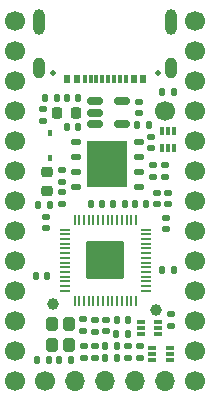
<source format=gbr>
%TF.GenerationSoftware,KiCad,Pcbnew,6.0.3-a3aad9c10e~116~ubuntu20.04.1*%
%TF.CreationDate,2022-03-24T21:59:22+11:00*%
%TF.ProjectId,sea-picro,7365612d-7069-4637-926f-2e6b69636164,0.2*%
%TF.SameCoordinates,Original*%
%TF.FileFunction,Soldermask,Top*%
%TF.FilePolarity,Negative*%
%FSLAX46Y46*%
G04 Gerber Fmt 4.6, Leading zero omitted, Abs format (unit mm)*
G04 Created by KiCad (PCBNEW 6.0.3-a3aad9c10e~116~ubuntu20.04.1) date 2022-03-24 21:59:22*
%MOMM*%
%LPD*%
G01*
G04 APERTURE LIST*
G04 Aperture macros list*
%AMRoundRect*
0 Rectangle with rounded corners*
0 $1 Rounding radius*
0 $2 $3 $4 $5 $6 $7 $8 $9 X,Y pos of 4 corners*
0 Add a 4 corners polygon primitive as box body*
4,1,4,$2,$3,$4,$5,$6,$7,$8,$9,$2,$3,0*
0 Add four circle primitives for the rounded corners*
1,1,$1+$1,$2,$3*
1,1,$1+$1,$4,$5*
1,1,$1+$1,$6,$7*
1,1,$1+$1,$8,$9*
0 Add four rect primitives between the rounded corners*
20,1,$1+$1,$2,$3,$4,$5,0*
20,1,$1+$1,$4,$5,$6,$7,0*
20,1,$1+$1,$6,$7,$8,$9,0*
20,1,$1+$1,$8,$9,$2,$3,0*%
G04 Aperture macros list end*
%ADD10C,1.700000*%
%ADD11RoundRect,0.140000X0.170000X-0.140000X0.170000X0.140000X-0.170000X0.140000X-0.170000X-0.140000X0*%
%ADD12RoundRect,0.135000X0.185000X-0.135000X0.185000X0.135000X-0.185000X0.135000X-0.185000X-0.135000X0*%
%ADD13R,0.340000X0.700000*%
%ADD14RoundRect,0.140000X-0.170000X0.140000X-0.170000X-0.140000X0.170000X-0.140000X0.170000X0.140000X0*%
%ADD15RoundRect,0.140000X0.140000X0.170000X-0.140000X0.170000X-0.140000X-0.170000X0.140000X-0.170000X0*%
%ADD16RoundRect,0.150000X-0.512500X-0.150000X0.512500X-0.150000X0.512500X0.150000X-0.512500X0.150000X0*%
%ADD17RoundRect,0.135000X-0.135000X-0.185000X0.135000X-0.185000X0.135000X0.185000X-0.135000X0.185000X0*%
%ADD18RoundRect,0.125000X-0.262500X-0.125000X0.262500X-0.125000X0.262500X0.125000X-0.262500X0.125000X0*%
%ADD19R,3.400000X4.000000*%
%ADD20RoundRect,0.135000X-0.185000X0.135000X-0.185000X-0.135000X0.185000X-0.135000X0.185000X0.135000X0*%
%ADD21C,0.500000*%
%ADD22R,0.540000X0.800000*%
%ADD23R,0.300000X0.800000*%
%ADD24O,1.000000X2.200000*%
%ADD25O,1.000000X1.800000*%
%ADD26O,1.700000X1.700000*%
%ADD27RoundRect,0.140000X-0.140000X-0.170000X0.140000X-0.170000X0.140000X0.170000X-0.140000X0.170000X0*%
%ADD28RoundRect,0.218750X-0.218750X-0.256250X0.218750X-0.256250X0.218750X0.256250X-0.218750X0.256250X0*%
%ADD29RoundRect,0.135000X0.135000X0.185000X-0.135000X0.185000X-0.135000X-0.185000X0.135000X-0.185000X0*%
%ADD30R,0.700000X0.340000*%
%ADD31RoundRect,0.050000X-0.387500X-0.050000X0.387500X-0.050000X0.387500X0.050000X-0.387500X0.050000X0*%
%ADD32RoundRect,0.050000X-0.050000X-0.387500X0.050000X-0.387500X0.050000X0.387500X-0.050000X0.387500X0*%
%ADD33RoundRect,0.144000X-1.456000X-1.456000X1.456000X-1.456000X1.456000X1.456000X-1.456000X1.456000X0*%
%ADD34RoundRect,0.250000X0.250000X-0.325000X0.250000X0.325000X-0.250000X0.325000X-0.250000X-0.325000X0*%
%ADD35RoundRect,0.218750X0.256250X-0.218750X0.256250X0.218750X-0.256250X0.218750X-0.256250X-0.218750X0*%
%ADD36R,0.450000X0.600000*%
%ADD37C,1.000000*%
G04 APERTURE END LIST*
D10*
%TO.C,J3*%
X133800000Y-78580000D03*
X133800000Y-81120000D03*
X133800000Y-83660000D03*
X133800000Y-86200000D03*
X133800000Y-88740000D03*
X133800000Y-91280000D03*
X133800000Y-93820000D03*
X133800000Y-96360000D03*
X133800000Y-98900000D03*
X133800000Y-101440000D03*
X133800000Y-103980000D03*
X133800000Y-106520000D03*
%TD*%
%TO.C,J2*%
X118560000Y-106520000D03*
X118560000Y-103980000D03*
X118560000Y-101440000D03*
X118560000Y-98900000D03*
X118560000Y-96360000D03*
X118560000Y-93820000D03*
X118560000Y-91280000D03*
X118560000Y-88740000D03*
X118560000Y-86200000D03*
X118560000Y-83660000D03*
X118560000Y-81120000D03*
X118560000Y-78580000D03*
%TD*%
D11*
%TO.C,C19*%
X124400000Y-104500000D03*
X124400000Y-103540000D03*
%TD*%
D12*
%TO.C,R6*%
X122500000Y-91510000D03*
X122500000Y-90490000D03*
%TD*%
D13*
%TO.C,U4*%
X131000000Y-86800000D03*
X131500000Y-86800000D03*
X132000000Y-86800000D03*
X132000000Y-85300000D03*
X131500000Y-85300000D03*
X131000000Y-85300000D03*
%TD*%
D11*
%TO.C,C10*%
X131550000Y-91490000D03*
X131550000Y-90530000D03*
%TD*%
D14*
%TO.C,C8*%
X126250000Y-101320000D03*
X126250000Y-102280000D03*
%TD*%
D15*
%TO.C,C11*%
X121280000Y-97600000D03*
X120320000Y-97600000D03*
%TD*%
D16*
%TO.C,U1*%
X125312500Y-82810000D03*
X125312500Y-83760000D03*
X125312500Y-84710000D03*
X127587500Y-84710000D03*
X127587500Y-82810000D03*
%TD*%
D17*
%TO.C,R16*%
X120490000Y-91600000D03*
X121510000Y-91600000D03*
%TD*%
D12*
%TO.C,R10*%
X122500000Y-89610000D03*
X122500000Y-88590000D03*
%TD*%
D18*
%TO.C,U2*%
X123687500Y-86245000D03*
X123687500Y-87515000D03*
X123687500Y-88785000D03*
X123687500Y-90055000D03*
X129012500Y-90055000D03*
X129012500Y-88785000D03*
X129012500Y-87515000D03*
X129012500Y-86245000D03*
D19*
X126350000Y-88150000D03*
%TD*%
D12*
%TO.C,R9*%
X125300000Y-102310000D03*
X125300000Y-101290000D03*
%TD*%
D20*
%TO.C,R7*%
X130250000Y-88202973D03*
X130250000Y-89222973D03*
%TD*%
D14*
%TO.C,C2*%
X129050000Y-82830000D03*
X129050000Y-83790000D03*
%TD*%
D21*
%TO.C,J1*%
X121775000Y-80400000D03*
X130625000Y-80400000D03*
D22*
X123000000Y-80900000D03*
X129400000Y-80900000D03*
X128600000Y-80900000D03*
X123800000Y-80900000D03*
D23*
X127450000Y-80900000D03*
X126450000Y-80900000D03*
X125950000Y-80900000D03*
X124950000Y-80900000D03*
X124450000Y-80900000D03*
X125450000Y-80900000D03*
X126950000Y-80900000D03*
X127958000Y-80900000D03*
D24*
X120624700Y-76100000D03*
X131775300Y-76100000D03*
D25*
X120624700Y-80000000D03*
X131775300Y-80000000D03*
%TD*%
D10*
%TO.C,J6*%
X121100000Y-106520000D03*
D26*
X123640000Y-106520000D03*
X126180000Y-106520000D03*
X128720000Y-106520000D03*
X131260000Y-106520000D03*
%TD*%
D17*
%TO.C,R4*%
X131040000Y-82050000D03*
X132060000Y-82050000D03*
%TD*%
D11*
%TO.C,C15*%
X121200000Y-93530000D03*
X121200000Y-92570000D03*
%TD*%
D27*
%TO.C,C7*%
X122320000Y-104750000D03*
X123280000Y-104750000D03*
%TD*%
D20*
%TO.C,R15*%
X131800000Y-100790000D03*
X131800000Y-101810000D03*
%TD*%
D15*
%TO.C,C12*%
X127830000Y-91460000D03*
X126870000Y-91460000D03*
%TD*%
D11*
%TO.C,C5*%
X125300000Y-104500000D03*
X125300000Y-103540000D03*
%TD*%
D15*
%TO.C,C1*%
X123930000Y-84960000D03*
X122970000Y-84960000D03*
%TD*%
D10*
%TO.C,J4*%
X118560000Y-76040000D03*
%TD*%
D17*
%TO.C,R12*%
X127140000Y-102500000D03*
X128160000Y-102500000D03*
%TD*%
D20*
%TO.C,R5*%
X128150000Y-103540000D03*
X128150000Y-104560000D03*
%TD*%
D10*
%TO.C,J7*%
X131260000Y-83660000D03*
%TD*%
D17*
%TO.C,R17*%
X120440000Y-104750000D03*
X121460000Y-104750000D03*
%TD*%
%TO.C,R1*%
X128890000Y-84850000D03*
X129910000Y-84850000D03*
%TD*%
D28*
%TO.C,F1*%
X122112500Y-83760000D03*
X123687500Y-83760000D03*
%TD*%
D29*
%TO.C,R11*%
X127210000Y-103500000D03*
X126190000Y-103500000D03*
%TD*%
D30*
%TO.C,Q1*%
X130150000Y-103700000D03*
X130150000Y-104200000D03*
X130150000Y-104700000D03*
X131650000Y-104700000D03*
X131650000Y-104200000D03*
X131650000Y-103700000D03*
%TD*%
D29*
%TO.C,R14*%
X127210000Y-104500000D03*
X126190000Y-104500000D03*
%TD*%
D11*
%TO.C,C6*%
X124350000Y-102230000D03*
X124350000Y-101270000D03*
%TD*%
D31*
%TO.C,U3*%
X122762500Y-93660000D03*
X122762500Y-94060000D03*
X122762500Y-94460000D03*
X122762500Y-94860000D03*
X122762500Y-95260000D03*
X122762500Y-95660000D03*
X122762500Y-96060000D03*
X122762500Y-96460000D03*
X122762500Y-96860000D03*
X122762500Y-97260000D03*
X122762500Y-97660000D03*
X122762500Y-98060000D03*
X122762500Y-98460000D03*
X122762500Y-98860000D03*
D32*
X123600000Y-99697500D03*
X124000000Y-99697500D03*
X124400000Y-99697500D03*
X124800000Y-99697500D03*
X125200000Y-99697500D03*
X125600000Y-99697500D03*
X126000000Y-99697500D03*
X126400000Y-99697500D03*
X126800000Y-99697500D03*
X127200000Y-99697500D03*
X127600000Y-99697500D03*
X128000000Y-99697500D03*
X128400000Y-99697500D03*
X128800000Y-99697500D03*
D31*
X129637500Y-98860000D03*
X129637500Y-98460000D03*
X129637500Y-98060000D03*
X129637500Y-97660000D03*
X129637500Y-97260000D03*
X129637500Y-96860000D03*
X129637500Y-96460000D03*
X129637500Y-96060000D03*
X129637500Y-95660000D03*
X129637500Y-95260000D03*
X129637500Y-94860000D03*
X129637500Y-94460000D03*
X129637500Y-94060000D03*
X129637500Y-93660000D03*
D32*
X128800000Y-92822500D03*
X128400000Y-92822500D03*
X128000000Y-92822500D03*
X127600000Y-92822500D03*
X127200000Y-92822500D03*
X126800000Y-92822500D03*
X126400000Y-92822500D03*
X126000000Y-92822500D03*
X125600000Y-92822500D03*
X125200000Y-92822500D03*
X124800000Y-92822500D03*
X124400000Y-92822500D03*
X124000000Y-92822500D03*
X123600000Y-92822500D03*
D33*
X126200000Y-96260000D03*
%TD*%
D12*
%TO.C,R13*%
X129100000Y-104560000D03*
X129100000Y-103540000D03*
%TD*%
D20*
%TO.C,R3*%
X120900000Y-83440000D03*
X120900000Y-84460000D03*
%TD*%
D10*
%TO.C,J5*%
X133800000Y-76040000D03*
%TD*%
D14*
%TO.C,C4*%
X130100000Y-85820000D03*
X130100000Y-86780000D03*
%TD*%
D27*
%TO.C,C9*%
X128720000Y-91460000D03*
X129680000Y-91460000D03*
%TD*%
%TO.C,C17*%
X127170000Y-101350000D03*
X128130000Y-101350000D03*
%TD*%
%TO.C,C14*%
X131020000Y-97100000D03*
X131980000Y-97100000D03*
%TD*%
D34*
%TO.C,Y1*%
X123100000Y-103425000D03*
X123100000Y-101675000D03*
X121700000Y-101675000D03*
X121700000Y-103425000D03*
%TD*%
D35*
%TO.C,D2*%
X121250000Y-90387500D03*
X121250000Y-88812500D03*
%TD*%
D29*
%TO.C,R2*%
X122110000Y-82560000D03*
X121090000Y-82560000D03*
%TD*%
D15*
%TO.C,C18*%
X125930000Y-91460000D03*
X124970000Y-91460000D03*
%TD*%
D36*
%TO.C,D1*%
X121500000Y-87600000D03*
X121500000Y-85500000D03*
%TD*%
D30*
%TO.C,Q2*%
X130700000Y-102500000D03*
X130700000Y-102000000D03*
X130700000Y-101500000D03*
X129200000Y-101500000D03*
X129200000Y-102000000D03*
X129200000Y-102500000D03*
%TD*%
D11*
%TO.C,C13*%
X130600000Y-91490000D03*
X130600000Y-90530000D03*
%TD*%
D15*
%TO.C,C3*%
X123930000Y-82560000D03*
X122970000Y-82560000D03*
%TD*%
D11*
%TO.C,C16*%
X131300000Y-93610000D03*
X131300000Y-92650000D03*
%TD*%
D20*
%TO.C,R8*%
X131250000Y-88202973D03*
X131250000Y-89222973D03*
%TD*%
D37*
%TO.C,TP2*%
X130500000Y-100500000D03*
%TD*%
%TO.C,TP1*%
X121800000Y-100000000D03*
%TD*%
M02*

</source>
